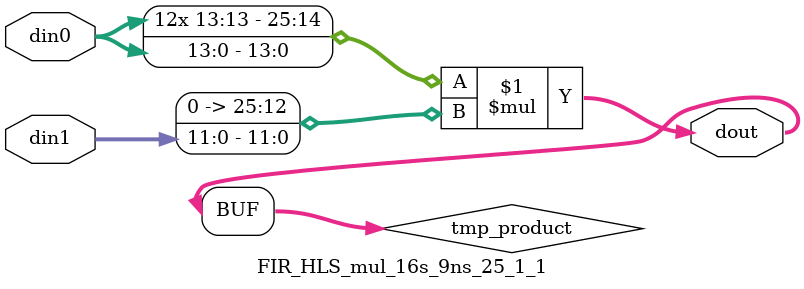
<source format=v>

`timescale 1 ns / 1 ps

 module FIR_HLS_mul_16s_9ns_25_1_1(din0, din1, dout);
parameter ID = 1;
parameter NUM_STAGE = 0;
parameter din0_WIDTH = 14;
parameter din1_WIDTH = 12;
parameter dout_WIDTH = 26;

input [din0_WIDTH - 1 : 0] din0; 
input [din1_WIDTH - 1 : 0] din1; 
output [dout_WIDTH - 1 : 0] dout;

wire signed [dout_WIDTH - 1 : 0] tmp_product;


























assign tmp_product = $signed(din0) * $signed({1'b0, din1});









assign dout = tmp_product;





















endmodule

</source>
